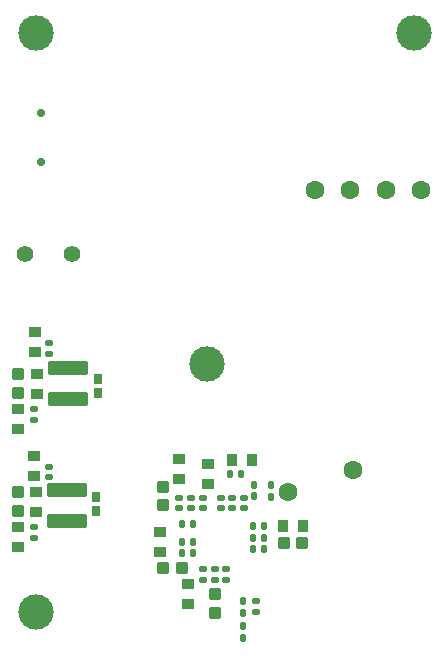
<source format=gbr>
%TF.GenerationSoftware,Altium Limited,Altium Designer,20.1.12 (249)*%
G04 Layer_Color=255*
%FSLAX45Y45*%
%MOMM*%
%TF.SameCoordinates,4EE8302A-A9A8-49E0-93C5-14594FCB678D*%
%TF.FilePolarity,Positive*%
%TF.FileFunction,Pads,Bot*%
%TF.Part,Single*%
G01*
G75*
%TA.AperFunction,SMDPad,CuDef*%
G04:AMPARAMS|DCode=13|XSize=0.9mm|YSize=1mm|CornerRadius=0.09mm|HoleSize=0mm|Usage=FLASHONLY|Rotation=90.000|XOffset=0mm|YOffset=0mm|HoleType=Round|Shape=RoundedRectangle|*
%AMROUNDEDRECTD13*
21,1,0.90000,0.82000,0,0,90.0*
21,1,0.72000,1.00000,0,0,90.0*
1,1,0.18000,0.41000,0.36000*
1,1,0.18000,0.41000,-0.36000*
1,1,0.18000,-0.41000,-0.36000*
1,1,0.18000,-0.41000,0.36000*
%
%ADD13ROUNDEDRECTD13*%
G04:AMPARAMS|DCode=15|XSize=0.5mm|YSize=0.65mm|CornerRadius=0.05mm|HoleSize=0mm|Usage=FLASHONLY|Rotation=180.000|XOffset=0mm|YOffset=0mm|HoleType=Round|Shape=RoundedRectangle|*
%AMROUNDEDRECTD15*
21,1,0.50000,0.55000,0,0,180.0*
21,1,0.40000,0.65000,0,0,180.0*
1,1,0.10000,-0.20000,0.27500*
1,1,0.10000,0.20000,0.27500*
1,1,0.10000,0.20000,-0.27500*
1,1,0.10000,-0.20000,-0.27500*
%
%ADD15ROUNDEDRECTD15*%
G04:AMPARAMS|DCode=27|XSize=0.7mm|YSize=0.85mm|CornerRadius=0.07mm|HoleSize=0mm|Usage=FLASHONLY|Rotation=0.000|XOffset=0mm|YOffset=0mm|HoleType=Round|Shape=RoundedRectangle|*
%AMROUNDEDRECTD27*
21,1,0.70000,0.71000,0,0,0.0*
21,1,0.56000,0.85000,0,0,0.0*
1,1,0.14000,0.28000,-0.35500*
1,1,0.14000,-0.28000,-0.35500*
1,1,0.14000,-0.28000,0.35500*
1,1,0.14000,0.28000,0.35500*
%
%ADD27ROUNDEDRECTD27*%
G04:AMPARAMS|DCode=31|XSize=0.6mm|YSize=0.5mm|CornerRadius=0.05mm|HoleSize=0mm|Usage=FLASHONLY|Rotation=90.000|XOffset=0mm|YOffset=0mm|HoleType=Round|Shape=RoundedRectangle|*
%AMROUNDEDRECTD31*
21,1,0.60000,0.40000,0,0,90.0*
21,1,0.50000,0.50000,0,0,90.0*
1,1,0.10000,0.20000,0.25000*
1,1,0.10000,0.20000,-0.25000*
1,1,0.10000,-0.20000,-0.25000*
1,1,0.10000,-0.20000,0.25000*
%
%ADD31ROUNDEDRECTD31*%
G04:AMPARAMS|DCode=50|XSize=0.5mm|YSize=0.65mm|CornerRadius=0.05mm|HoleSize=0mm|Usage=FLASHONLY|Rotation=90.000|XOffset=0mm|YOffset=0mm|HoleType=Round|Shape=RoundedRectangle|*
%AMROUNDEDRECTD50*
21,1,0.50000,0.55000,0,0,90.0*
21,1,0.40000,0.65000,0,0,90.0*
1,1,0.10000,0.27500,0.20000*
1,1,0.10000,0.27500,-0.20000*
1,1,0.10000,-0.27500,-0.20000*
1,1,0.10000,-0.27500,0.20000*
%
%ADD50ROUNDEDRECTD50*%
G04:AMPARAMS|DCode=52|XSize=0.9mm|YSize=1mm|CornerRadius=0.09mm|HoleSize=0mm|Usage=FLASHONLY|Rotation=0.000|XOffset=0mm|YOffset=0mm|HoleType=Round|Shape=RoundedRectangle|*
%AMROUNDEDRECTD52*
21,1,0.90000,0.82000,0,0,0.0*
21,1,0.72000,1.00000,0,0,0.0*
1,1,0.18000,0.36000,-0.41000*
1,1,0.18000,-0.36000,-0.41000*
1,1,0.18000,-0.36000,0.41000*
1,1,0.18000,0.36000,0.41000*
%
%ADD52ROUNDEDRECTD52*%
%TA.AperFunction,ComponentPad*%
%ADD65C,1.40000*%
%ADD66C,0.70000*%
%ADD67C,1.60000*%
%TA.AperFunction,WasherPad*%
%ADD68C,3.00000*%
%TA.AperFunction,SMDPad,CuDef*%
G04:AMPARAMS|DCode=71|XSize=3.4mm|YSize=1.2mm|CornerRadius=0.12mm|HoleSize=0mm|Usage=FLASHONLY|Rotation=180.000|XOffset=0mm|YOffset=0mm|HoleType=Round|Shape=RoundedRectangle|*
%AMROUNDEDRECTD71*
21,1,3.40000,0.96000,0,0,180.0*
21,1,3.16000,1.20000,0,0,180.0*
1,1,0.24000,-1.58000,0.48000*
1,1,0.24000,1.58000,0.48000*
1,1,0.24000,1.58000,-0.48000*
1,1,0.24000,-1.58000,-0.48000*
%
%ADD71ROUNDEDRECTD71*%
G04:AMPARAMS|DCode=72|XSize=1mm|YSize=1mm|CornerRadius=0.1mm|HoleSize=0mm|Usage=FLASHONLY|Rotation=180.000|XOffset=0mm|YOffset=0mm|HoleType=Round|Shape=RoundedRectangle|*
%AMROUNDEDRECTD72*
21,1,1.00000,0.80000,0,0,180.0*
21,1,0.80000,1.00000,0,0,180.0*
1,1,0.20000,-0.40000,0.40000*
1,1,0.20000,0.40000,0.40000*
1,1,0.20000,0.40000,-0.40000*
1,1,0.20000,-0.40000,-0.40000*
%
%ADD72ROUNDEDRECTD72*%
G04:AMPARAMS|DCode=73|XSize=1mm|YSize=1mm|CornerRadius=0.1mm|HoleSize=0mm|Usage=FLASHONLY|Rotation=270.000|XOffset=0mm|YOffset=0mm|HoleType=Round|Shape=RoundedRectangle|*
%AMROUNDEDRECTD73*
21,1,1.00000,0.80000,0,0,270.0*
21,1,0.80000,1.00000,0,0,270.0*
1,1,0.20000,-0.40000,-0.40000*
1,1,0.20000,-0.40000,0.40000*
1,1,0.20000,0.40000,0.40000*
1,1,0.20000,0.40000,-0.40000*
%
%ADD73ROUNDEDRECTD73*%
D13*
X357500Y2192500D02*
D03*
Y2362500D02*
D03*
X200000Y1897500D02*
D03*
Y2067500D02*
D03*
X337500Y2720000D02*
D03*
Y2550000D02*
D03*
X197500Y900000D02*
D03*
Y1070000D02*
D03*
X332500Y1675000D02*
D03*
Y1505000D02*
D03*
X347500Y1365000D02*
D03*
Y1195000D02*
D03*
X1562500Y1645000D02*
D03*
Y1475000D02*
D03*
X1400000Y857500D02*
D03*
Y1027500D02*
D03*
X1637500Y417500D02*
D03*
Y587500D02*
D03*
X1805000Y1435000D02*
D03*
Y1605000D02*
D03*
D15*
X2085000Y1515000D02*
D03*
X1995000D02*
D03*
X1677500Y847500D02*
D03*
X1587500D02*
D03*
X1677500Y1097500D02*
D03*
X1587500D02*
D03*
X1677500Y947500D02*
D03*
X1587500D02*
D03*
X2280000Y1075000D02*
D03*
X2190000D02*
D03*
X2280000Y887500D02*
D03*
X2190000D02*
D03*
X2280000Y977500D02*
D03*
X2190000D02*
D03*
D27*
X860000Y1321000D02*
D03*
Y1204000D02*
D03*
X870000Y2204000D02*
D03*
Y2321000D02*
D03*
D31*
X2342500Y1325000D02*
D03*
Y1425000D02*
D03*
X2197500Y1430000D02*
D03*
Y1330000D02*
D03*
X2102500Y440000D02*
D03*
Y340000D02*
D03*
X2102500Y130000D02*
D03*
Y230000D02*
D03*
D50*
X1562500Y1320000D02*
D03*
Y1230000D02*
D03*
X462500Y2625000D02*
D03*
Y2535000D02*
D03*
X332500Y1977500D02*
D03*
Y2067500D02*
D03*
X457500Y1582500D02*
D03*
Y1492500D02*
D03*
X330000Y980000D02*
D03*
Y1070000D02*
D03*
X2207500Y350000D02*
D03*
Y440000D02*
D03*
X1865000Y715000D02*
D03*
Y625000D02*
D03*
X2107500Y1230000D02*
D03*
Y1320000D02*
D03*
X1660000Y1230000D02*
D03*
Y1320000D02*
D03*
X1912500Y1230000D02*
D03*
Y1320000D02*
D03*
X1760000Y715000D02*
D03*
Y625000D02*
D03*
X1762500Y1320000D02*
D03*
Y1230000D02*
D03*
X1960000Y625000D02*
D03*
Y715000D02*
D03*
X2010000Y1320000D02*
D03*
Y1230000D02*
D03*
D52*
X2180000Y1640000D02*
D03*
X2010000D02*
D03*
X2440000Y1075000D02*
D03*
X2610000D02*
D03*
D65*
X652500Y3385000D02*
D03*
X252500D02*
D03*
D66*
X390008Y4160019D02*
D03*
Y4575004D02*
D03*
D67*
X3310000Y3920000D02*
D03*
X3010000D02*
D03*
X2710000D02*
D03*
X3610000D02*
D03*
X3032500Y1550000D02*
D03*
X2485000Y1370000D02*
D03*
D68*
X3550000Y5250000D02*
D03*
X350000D02*
D03*
X1800000Y2450000D02*
D03*
X350000Y350000D02*
D03*
D71*
X620000Y2412500D02*
D03*
Y2152500D02*
D03*
X610000Y1380000D02*
D03*
Y1120000D02*
D03*
D72*
X1422500Y1412500D02*
D03*
Y1252500D02*
D03*
X200000Y2362500D02*
D03*
Y2202500D02*
D03*
X197500Y1365000D02*
D03*
Y1205000D02*
D03*
X1865000Y345000D02*
D03*
Y505000D02*
D03*
D73*
X1587500Y722500D02*
D03*
X1427500D02*
D03*
X2605000Y935000D02*
D03*
X2445000D02*
D03*
%TF.MD5,e29740f61642b0a1cc17b2dbc0d33fd1*%
M02*

</source>
